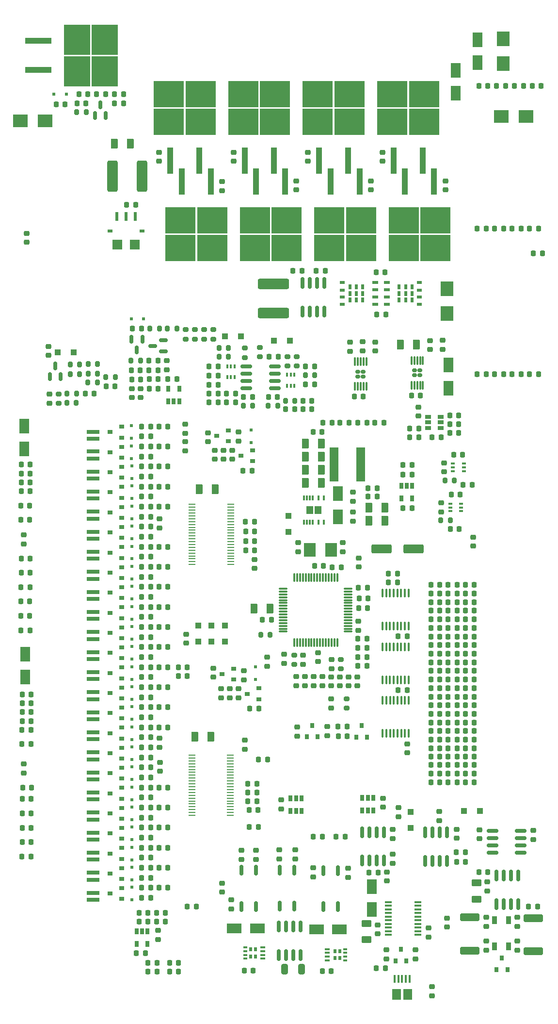
<source format=gbr>
G04 #@! TF.GenerationSoftware,KiCad,Pcbnew,(6.0.4)*
G04 #@! TF.CreationDate,2022-11-09T23:51:20-08:00*
G04 #@! TF.ProjectId,BMS_02,424d535f-3032-42e6-9b69-6361645f7063,rev?*
G04 #@! TF.SameCoordinates,Original*
G04 #@! TF.FileFunction,Paste,Top*
G04 #@! TF.FilePolarity,Positive*
%FSLAX46Y46*%
G04 Gerber Fmt 4.6, Leading zero omitted, Abs format (unit mm)*
G04 Created by KiCad (PCBNEW (6.0.4)) date 2022-11-09 23:51:20*
%MOMM*%
%LPD*%
G01*
G04 APERTURE LIST*
G04 Aperture macros list*
%AMRoundRect*
0 Rectangle with rounded corners*
0 $1 Rounding radius*
0 $2 $3 $4 $5 $6 $7 $8 $9 X,Y pos of 4 corners*
0 Add a 4 corners polygon primitive as box body*
4,1,4,$2,$3,$4,$5,$6,$7,$8,$9,$2,$3,0*
0 Add four circle primitives for the rounded corners*
1,1,$1+$1,$2,$3*
1,1,$1+$1,$4,$5*
1,1,$1+$1,$6,$7*
1,1,$1+$1,$8,$9*
0 Add four rect primitives between the rounded corners*
20,1,$1+$1,$2,$3,$4,$5,0*
20,1,$1+$1,$4,$5,$6,$7,0*
20,1,$1+$1,$6,$7,$8,$9,0*
20,1,$1+$1,$8,$9,$2,$3,0*%
G04 Aperture macros list end*
%ADD10R,2.200000X0.700000*%
%ADD11R,0.800000X0.900000*%
%ADD12R,1.600000X5.900000*%
%ADD13R,1.200000X0.400000*%
%ADD14RoundRect,0.218750X0.218750X0.256250X-0.218750X0.256250X-0.218750X-0.256250X0.218750X-0.256250X0*%
%ADD15RoundRect,0.218750X-0.218750X-0.256250X0.218750X-0.256250X0.218750X0.256250X-0.218750X0.256250X0*%
%ADD16RoundRect,0.218750X-0.256250X0.218750X-0.256250X-0.218750X0.256250X-0.218750X0.256250X0.218750X0*%
%ADD17RoundRect,0.250000X-0.375000X-0.625000X0.375000X-0.625000X0.375000X0.625000X-0.375000X0.625000X0*%
%ADD18RoundRect,0.250000X0.375000X0.625000X-0.375000X0.625000X-0.375000X-0.625000X0.375000X-0.625000X0*%
%ADD19RoundRect,0.218750X0.256250X-0.218750X0.256250X0.218750X-0.256250X0.218750X-0.256250X-0.218750X0*%
%ADD20RoundRect,0.250000X-0.625000X0.375000X-0.625000X-0.375000X0.625000X-0.375000X0.625000X0.375000X0*%
%ADD21RoundRect,0.225000X-0.225000X-0.250000X0.225000X-0.250000X0.225000X0.250000X-0.225000X0.250000X0*%
%ADD22R,1.100000X1.100000*%
%ADD23R,0.500000X0.500000*%
%ADD24R,0.900000X0.800000*%
%ADD25RoundRect,0.250000X-1.425000X0.425000X-1.425000X-0.425000X1.425000X-0.425000X1.425000X0.425000X0*%
%ADD26RoundRect,0.250000X1.425000X-0.425000X1.425000X0.425000X-1.425000X0.425000X-1.425000X-0.425000X0*%
%ADD27R,1.200000X1.400000*%
%ADD28R,0.305000X0.889000*%
%ADD29R,1.250000X0.250000*%
%ADD30RoundRect,0.150000X-0.150000X0.825000X-0.150000X-0.825000X0.150000X-0.825000X0.150000X0.825000X0*%
%ADD31R,1.060000X0.650000*%
%ADD32R,2.000000X2.400000*%
%ADD33R,0.400000X1.350000*%
%ADD34R,1.500000X1.900000*%
%ADD35R,0.650000X1.060000*%
%ADD36RoundRect,0.200000X0.275000X-0.200000X0.275000X0.200000X-0.275000X0.200000X-0.275000X-0.200000X0*%
%ADD37R,4.550000X5.250000*%
%ADD38R,4.600000X1.100000*%
%ADD39RoundRect,0.150000X-0.825000X-0.150000X0.825000X-0.150000X0.825000X0.150000X-0.825000X0.150000X0*%
%ADD40RoundRect,0.175000X0.220000X-0.175000X0.220000X0.175000X-0.220000X0.175000X-0.220000X-0.175000X0*%
%ADD41RoundRect,0.075000X0.075000X-0.650000X0.075000X0.650000X-0.075000X0.650000X-0.075000X-0.650000X0*%
%ADD42RoundRect,0.150000X-0.150000X0.750000X-0.150000X-0.750000X0.150000X-0.750000X0.150000X0.750000X0*%
%ADD43R,0.600000X0.900000*%
%ADD44R,0.900000X0.600000*%
%ADD45R,1.050000X0.600000*%
%ADD46R,2.300000X2.500000*%
%ADD47R,2.500000X2.300000*%
%ADD48R,1.800000X2.500000*%
%ADD49R,0.900000X1.350000*%
%ADD50RoundRect,0.150000X0.150000X-0.750000X0.150000X0.750000X-0.150000X0.750000X-0.150000X-0.750000X0*%
%ADD51R,2.500000X1.800000*%
%ADD52R,0.650000X0.400000*%
%ADD53R,0.400000X0.650000*%
%ADD54RoundRect,0.225000X0.250000X-0.225000X0.250000X0.225000X-0.250000X0.225000X-0.250000X-0.225000X0*%
%ADD55R,0.830000X0.300000*%
%ADD56R,0.510000X0.635000*%
%ADD57R,0.750000X0.300000*%
%ADD58R,5.250000X4.550000*%
%ADD59R,1.100000X4.600000*%
%ADD60RoundRect,0.075000X0.075000X-0.662500X0.075000X0.662500X-0.075000X0.662500X-0.075000X-0.662500X0*%
%ADD61RoundRect,0.075000X0.662500X-0.075000X0.662500X0.075000X-0.662500X0.075000X-0.662500X-0.075000X0*%
%ADD62RoundRect,0.100000X-0.100000X0.637500X-0.100000X-0.637500X0.100000X-0.637500X0.100000X0.637500X0*%
%ADD63RoundRect,0.225000X-0.250000X0.225000X-0.250000X-0.225000X0.250000X-0.225000X0.250000X0.225000X0*%
%ADD64RoundRect,0.200000X-0.200000X-0.275000X0.200000X-0.275000X0.200000X0.275000X-0.200000X0.275000X0*%
%ADD65RoundRect,0.225000X0.225000X0.250000X-0.225000X0.250000X-0.225000X-0.250000X0.225000X-0.250000X0*%
%ADD66RoundRect,0.200000X-0.275000X0.200000X-0.275000X-0.200000X0.275000X-0.200000X0.275000X0.200000X0*%
%ADD67RoundRect,0.150000X0.587500X0.150000X-0.587500X0.150000X-0.587500X-0.150000X0.587500X-0.150000X0*%
%ADD68RoundRect,0.200000X0.200000X0.275000X-0.200000X0.275000X-0.200000X-0.275000X0.200000X-0.275000X0*%
%ADD69RoundRect,0.250000X-1.500000X-0.550000X1.500000X-0.550000X1.500000X0.550000X-1.500000X0.550000X0*%
%ADD70RoundRect,0.250000X-0.650000X-2.450000X0.650000X-2.450000X0.650000X2.450000X-0.650000X2.450000X0*%
%ADD71RoundRect,0.150000X-0.150000X0.587500X-0.150000X-0.587500X0.150000X-0.587500X0.150000X0.587500X0*%
%ADD72RoundRect,0.150000X0.150000X-0.825000X0.150000X0.825000X-0.150000X0.825000X-0.150000X-0.825000X0*%
%ADD73RoundRect,0.250000X2.450000X-0.650000X2.450000X0.650000X-2.450000X0.650000X-2.450000X-0.650000X0*%
%ADD74RoundRect,0.150000X0.150000X-0.587500X0.150000X0.587500X-0.150000X0.587500X-0.150000X-0.587500X0*%
%ADD75RoundRect,0.250000X0.325000X0.650000X-0.325000X0.650000X-0.325000X-0.650000X0.325000X-0.650000X0*%
%ADD76R,0.500000X1.600000*%
%ADD77R,1.800000X1.700000*%
G04 APERTURE END LIST*
D10*
X38025000Y-157425000D03*
X38025000Y-158625000D03*
X38025000Y-164425000D03*
X38025000Y-165625000D03*
X38025000Y-167925000D03*
X38025000Y-169125000D03*
X38025000Y-153925000D03*
X38025000Y-155125000D03*
X38025000Y-150425000D03*
X38025000Y-151625000D03*
X38025000Y-146925000D03*
X38025000Y-148125000D03*
X38025000Y-143425000D03*
X38025000Y-144625000D03*
X38025000Y-139925000D03*
X38025000Y-141125000D03*
X38025000Y-136425000D03*
X38025000Y-137625000D03*
X38025000Y-132925000D03*
X38025000Y-134125000D03*
X38025000Y-115425000D03*
X38025000Y-116625000D03*
X38025000Y-118925000D03*
X38025000Y-120125000D03*
X38025000Y-122425000D03*
X38025000Y-123625000D03*
X38025000Y-111925000D03*
X38025000Y-113125000D03*
X38025000Y-108425000D03*
X38025000Y-109625000D03*
X38025000Y-104925000D03*
X38025000Y-106125000D03*
X38025000Y-101425000D03*
X38025000Y-102625000D03*
X38025000Y-97925000D03*
X38025000Y-99125000D03*
X38025000Y-94425000D03*
X38025000Y-95625000D03*
X38025000Y-90925000D03*
X38025000Y-92125000D03*
X38025000Y-129425000D03*
X38025000Y-130625000D03*
X38025000Y-125925000D03*
X38025000Y-127125000D03*
D11*
X91725000Y-177800000D03*
X90775000Y-179800000D03*
X92675000Y-179800000D03*
D12*
X80025000Y-93200000D03*
X84725000Y-93200000D03*
D10*
X38025000Y-160925000D03*
X38025000Y-162125000D03*
D13*
X94750000Y-175232500D03*
X94750000Y-174597500D03*
X94750000Y-173962500D03*
X94750000Y-173327500D03*
X94750000Y-172692500D03*
X94750000Y-172057500D03*
X94750000Y-171422500D03*
X94750000Y-170787500D03*
X94750000Y-170152500D03*
X94750000Y-169517500D03*
X89550000Y-169517500D03*
X89550000Y-170152500D03*
X89550000Y-170787500D03*
X89550000Y-171422500D03*
X89550000Y-172057500D03*
X89550000Y-172692500D03*
X89550000Y-173327500D03*
X89550000Y-173962500D03*
X89550000Y-174597500D03*
X89550000Y-175232500D03*
D14*
X69137500Y-120250000D03*
X67562500Y-120250000D03*
X85787500Y-125225000D03*
X84212500Y-125225000D03*
D15*
X84362500Y-118275000D03*
X85937500Y-118275000D03*
D16*
X73775000Y-106812500D03*
X73775000Y-108387500D03*
D17*
X41675000Y-37225000D03*
X44475000Y-37225000D03*
D18*
X77875000Y-91800000D03*
X75075000Y-91800000D03*
X77875000Y-96400000D03*
X75075000Y-96400000D03*
X77875000Y-89500000D03*
X75075000Y-89500000D03*
D15*
X65012500Y-151975000D03*
X66587500Y-151975000D03*
D18*
X88975000Y-102975000D03*
X86175000Y-102975000D03*
X88975000Y-100700000D03*
X86175000Y-100700000D03*
D15*
X65012500Y-150450000D03*
X66587500Y-150450000D03*
X65012500Y-148900000D03*
X66587500Y-148900000D03*
X49487500Y-156550000D03*
X51062500Y-156550000D03*
X49487500Y-160050000D03*
X51062500Y-160050000D03*
X49487500Y-163550000D03*
X51062500Y-163550000D03*
X49487500Y-167050000D03*
X51062500Y-167050000D03*
X49487500Y-153050000D03*
X51062500Y-153050000D03*
X49487500Y-149550000D03*
X51062500Y-149550000D03*
D19*
X49650000Y-146712500D03*
X49650000Y-145137500D03*
X49625000Y-142512500D03*
X49625000Y-140937500D03*
D15*
X49487500Y-139050000D03*
X51062500Y-139050000D03*
X49487500Y-135550000D03*
X51062500Y-135550000D03*
X49487500Y-132050000D03*
X51062500Y-132050000D03*
X49487500Y-128550000D03*
X51062500Y-128550000D03*
D16*
X44731250Y-79962500D03*
X44731250Y-81537500D03*
D15*
X49487500Y-114550000D03*
X51062500Y-114550000D03*
X49487500Y-118050000D03*
X51062500Y-118050000D03*
X49487500Y-121550000D03*
X51062500Y-121550000D03*
X49487500Y-125050000D03*
X51062500Y-125050000D03*
X49487500Y-111050000D03*
X51062500Y-111050000D03*
X49487500Y-107550000D03*
X51062500Y-107550000D03*
D19*
X49620000Y-104247500D03*
X49620000Y-102672500D03*
D15*
X49487500Y-100550000D03*
X51062500Y-100550000D03*
X49487500Y-97050000D03*
X51062500Y-97050000D03*
X49487500Y-93550000D03*
X51062500Y-93550000D03*
X49487500Y-90050000D03*
X51062500Y-90050000D03*
X49487500Y-86550000D03*
X51062500Y-86550000D03*
D16*
X96550000Y-174037500D03*
X96550000Y-175612500D03*
D14*
X89025000Y-181100000D03*
X87450000Y-181100000D03*
D16*
X106858000Y-166018500D03*
X106858000Y-167593500D03*
D20*
X104958000Y-166206000D03*
X104958000Y-169006000D03*
D19*
X112058000Y-173793500D03*
X112058000Y-172218500D03*
X106658000Y-173793500D03*
X106658000Y-172218500D03*
D16*
X112058000Y-176318500D03*
X112058000Y-177893500D03*
X106658000Y-176318500D03*
X106658000Y-177893500D03*
D14*
X115595500Y-170356000D03*
X114020500Y-170356000D03*
X98562500Y-147100000D03*
X96987500Y-147100000D03*
X98562500Y-145625000D03*
X96987500Y-145625000D03*
X98562500Y-144150000D03*
X96987500Y-144150000D03*
X98562500Y-142675000D03*
X96987500Y-142675000D03*
X98562500Y-139700000D03*
X96987500Y-139700000D03*
X98562500Y-138200000D03*
X96987500Y-138200000D03*
X98562500Y-136700000D03*
X96987500Y-136700000D03*
X98562500Y-135200000D03*
X96987500Y-135200000D03*
X98562500Y-133700000D03*
X96987500Y-133700000D03*
X98562500Y-132200000D03*
X96987500Y-132200000D03*
X98562500Y-130700000D03*
X96987500Y-130700000D03*
X98562500Y-129200000D03*
X96987500Y-129200000D03*
X98562500Y-127700000D03*
X96987500Y-127700000D03*
X98562500Y-126200000D03*
X96987500Y-126200000D03*
X98562500Y-124700000D03*
X96987500Y-124700000D03*
X98562500Y-123200000D03*
X96987500Y-123200000D03*
X98562500Y-121700000D03*
X96987500Y-121700000D03*
X98562500Y-120200000D03*
X96987500Y-120200000D03*
X98562500Y-118700000D03*
X96987500Y-118700000D03*
X98562500Y-117200000D03*
X96987500Y-117200000D03*
X98562500Y-115700000D03*
X96987500Y-115700000D03*
X98562500Y-114200000D03*
X96987500Y-114200000D03*
D19*
X97175000Y-185887500D03*
X97175000Y-184312500D03*
X94775000Y-84737500D03*
X94775000Y-83162500D03*
D14*
X49152500Y-181676000D03*
X47577500Y-181676000D03*
D15*
X45513500Y-178446000D03*
X47088500Y-178446000D03*
D14*
X47588500Y-171400000D03*
X46013500Y-171400000D03*
D15*
X100262500Y-84650000D03*
X101837500Y-84650000D03*
D21*
X93575000Y-81150000D03*
X95125000Y-81150000D03*
D19*
X84400000Y-111062500D03*
X84400000Y-109487500D03*
D22*
X56325000Y-124050000D03*
X56325000Y-121250000D03*
X58650000Y-124050000D03*
X58650000Y-121250000D03*
D16*
X63400000Y-132312500D03*
X63400000Y-133887500D03*
D23*
X44725000Y-156450000D03*
X44725000Y-158650000D03*
X44725000Y-159950000D03*
X44725000Y-162150000D03*
X44729999Y-163450000D03*
X44729999Y-165650000D03*
X44725000Y-166950000D03*
X44725000Y-169150000D03*
X44725000Y-152950000D03*
X44725000Y-155150000D03*
X44725000Y-149450000D03*
X44725000Y-151650000D03*
X44725000Y-145950000D03*
X44725000Y-148150000D03*
X44725000Y-142450000D03*
X44725000Y-144650000D03*
X44725000Y-138950000D03*
X44725000Y-141150000D03*
X44725000Y-135450000D03*
X44725000Y-137650000D03*
X44725000Y-131950000D03*
X44725000Y-134150000D03*
X44725000Y-128450000D03*
X44725000Y-130650000D03*
D16*
X62300000Y-90712500D03*
X62300000Y-92287500D03*
D23*
X44725000Y-114450000D03*
X44725000Y-116650000D03*
X44725000Y-117950000D03*
X44725000Y-120150000D03*
X44725000Y-121450000D03*
X44725000Y-123650000D03*
X44725000Y-124950000D03*
X44725000Y-127150000D03*
X44725000Y-110950000D03*
X44725000Y-113150000D03*
X44725000Y-107450000D03*
X44725000Y-109650000D03*
X44725000Y-103950000D03*
X44725000Y-106150000D03*
X44725000Y-100450000D03*
X44725000Y-102650000D03*
X44725000Y-96950000D03*
X44725000Y-99150000D03*
X44725000Y-93450000D03*
X44725000Y-95650000D03*
X44710222Y-89935222D03*
X44710222Y-92135222D03*
X44710222Y-86435222D03*
X44710222Y-88635222D03*
D14*
X91137500Y-112268000D03*
X89562500Y-112268000D03*
D15*
X84237500Y-123600000D03*
X85812500Y-123600000D03*
D14*
X77962500Y-87500000D03*
X76387500Y-87500000D03*
D19*
X54100000Y-87737500D03*
X54100000Y-86162500D03*
D14*
X93662500Y-93300000D03*
X92087500Y-93300000D03*
X49152500Y-180176000D03*
X47577500Y-180176000D03*
D24*
X62525000Y-130700000D03*
X62525000Y-128800000D03*
X60525000Y-129750000D03*
X42975000Y-158500000D03*
X42975000Y-156600000D03*
X40975000Y-157550000D03*
X42975000Y-162000000D03*
X42975000Y-160100000D03*
X40975000Y-161050000D03*
X42975000Y-165500000D03*
X42975000Y-163600000D03*
X40975000Y-164550000D03*
X42975000Y-169000000D03*
X42975000Y-167100000D03*
X40975000Y-168050000D03*
X42975000Y-155000000D03*
X42975000Y-153100000D03*
X40975000Y-154050000D03*
X42975000Y-151500000D03*
X42975000Y-149600000D03*
X40975000Y-150550000D03*
X42975000Y-148000000D03*
X42975000Y-146100000D03*
X40975000Y-147050000D03*
X42975000Y-144500000D03*
X42975000Y-142600000D03*
X40975000Y-143550000D03*
X42975000Y-141000000D03*
X42975000Y-139100000D03*
X40975000Y-140050000D03*
X42975000Y-137500000D03*
X42975000Y-135600000D03*
X40975000Y-136550000D03*
X42975000Y-134000000D03*
X42975000Y-132100000D03*
X40975000Y-133050000D03*
X42975000Y-130500000D03*
X42975000Y-128600000D03*
X40975000Y-129550000D03*
X65825000Y-92600000D03*
X65825000Y-90700000D03*
X63825000Y-91650000D03*
X61575000Y-89150000D03*
X61575000Y-87250000D03*
X59575000Y-88200000D03*
X42975000Y-116500000D03*
X42975000Y-114600000D03*
X40975000Y-115550000D03*
X42975000Y-120000000D03*
X42975000Y-118100000D03*
X40975000Y-119050000D03*
X42975000Y-123500000D03*
X42975000Y-121600000D03*
X40975000Y-122550000D03*
X42975000Y-127000000D03*
X42975000Y-125100000D03*
X40975000Y-126050000D03*
X42975000Y-113000000D03*
X42975000Y-111100000D03*
X40975000Y-112050000D03*
X42975000Y-109500000D03*
X42975000Y-107600000D03*
X40975000Y-108550000D03*
X42975000Y-106000000D03*
X42975000Y-104100000D03*
X40975000Y-105050000D03*
X42975000Y-102500000D03*
X42975000Y-100600000D03*
X40975000Y-101550000D03*
X42975000Y-99000000D03*
X42975000Y-97100000D03*
X40975000Y-98050000D03*
X42975000Y-95500000D03*
X42975000Y-93600000D03*
X40975000Y-94550000D03*
X42975000Y-92000000D03*
X42975000Y-90100000D03*
X40975000Y-91050000D03*
X42975000Y-88500000D03*
X42975000Y-86600000D03*
X40975000Y-87550000D03*
D15*
X76662500Y-110900000D03*
X78237500Y-110900000D03*
D16*
X83375000Y-101512500D03*
X83375000Y-103087500D03*
D15*
X52862500Y-130100000D03*
X54437500Y-130100000D03*
D14*
X66912500Y-135775000D03*
X65337500Y-135775000D03*
D16*
X64325000Y-129162500D03*
X64325000Y-130737500D03*
X61875000Y-132312500D03*
X61875000Y-133887500D03*
D15*
X65252500Y-156450000D03*
X66827500Y-156450000D03*
D16*
X59000000Y-128712500D03*
X59000000Y-130287500D03*
X60375000Y-132312500D03*
X60375000Y-133887500D03*
D14*
X48062500Y-156550000D03*
X46487500Y-156550000D03*
X48062500Y-158300000D03*
X46487500Y-158300000D03*
X48062500Y-160050000D03*
X46487500Y-160050000D03*
X48062500Y-161800000D03*
X46487500Y-161800000D03*
X48062500Y-163550000D03*
X46487500Y-163550000D03*
X48062500Y-165300000D03*
X46487500Y-165300000D03*
X48062500Y-167050000D03*
X46487500Y-167050000D03*
X48062500Y-168800000D03*
X46487500Y-168800000D03*
X48062500Y-153050000D03*
X46487500Y-153050000D03*
X48062500Y-154800000D03*
X46487500Y-154800000D03*
X48062500Y-149550000D03*
X46487500Y-149550000D03*
X48062500Y-151300000D03*
X46487500Y-151300000D03*
X48062500Y-146050000D03*
X46487500Y-146050000D03*
X48047499Y-147800000D03*
X46472499Y-147800000D03*
X48062500Y-142550000D03*
X46487500Y-142550000D03*
X48062500Y-144300000D03*
X46487500Y-144300000D03*
X48062500Y-139050000D03*
X46487500Y-139050000D03*
X48062500Y-140800000D03*
X46487500Y-140800000D03*
X48062500Y-135550000D03*
X46487500Y-135550000D03*
X48062500Y-137300000D03*
X46487500Y-137300000D03*
X48062500Y-132050000D03*
X46487500Y-132050000D03*
X48062500Y-133800000D03*
X46487500Y-133800000D03*
D16*
X63931000Y-160493500D03*
X63931000Y-162068500D03*
D14*
X48062500Y-128550000D03*
X46487500Y-128550000D03*
X48062500Y-130300000D03*
X46487500Y-130300000D03*
D19*
X54075000Y-90812500D03*
X54075000Y-89237500D03*
D16*
X63400000Y-87537500D03*
X63400000Y-89112500D03*
X58050000Y-87662500D03*
X58050000Y-89237500D03*
X59200000Y-90712500D03*
X59200000Y-92287500D03*
D14*
X48062500Y-114550000D03*
X46487500Y-114550000D03*
X48062500Y-116300000D03*
X46487500Y-116300000D03*
X48062500Y-118050000D03*
X46487500Y-118050000D03*
X48062500Y-119800000D03*
X46487500Y-119800000D03*
X48062500Y-121550000D03*
X46487500Y-121550000D03*
X48062500Y-123300000D03*
X46487500Y-123300000D03*
X48062500Y-125050000D03*
X46487500Y-125050000D03*
X48062500Y-126800000D03*
X46487500Y-126800000D03*
X48062500Y-111050000D03*
X46487500Y-111050000D03*
X48062500Y-112800000D03*
X46487500Y-112800000D03*
X48062500Y-107550000D03*
X46487500Y-107550000D03*
X48062500Y-109300000D03*
X46487500Y-109300000D03*
X48062500Y-104050000D03*
X46487500Y-104050000D03*
X48062500Y-105800000D03*
X46487500Y-105800000D03*
X48062500Y-100550000D03*
X46487500Y-100550000D03*
X48062500Y-102300000D03*
X46487500Y-102300000D03*
X48062500Y-97050000D03*
X46487500Y-97050000D03*
X48062500Y-98800000D03*
X46487500Y-98800000D03*
X48062500Y-93550000D03*
X46487500Y-93550000D03*
X48062500Y-95300000D03*
X46487500Y-95300000D03*
X48062500Y-90050000D03*
X46487500Y-90050000D03*
X48062500Y-91800000D03*
X46487500Y-91800000D03*
X48062500Y-86550000D03*
X46487500Y-86550000D03*
X48062500Y-88300000D03*
X46487500Y-88300000D03*
D19*
X94275000Y-179450000D03*
X94275000Y-177875000D03*
X89200000Y-179462500D03*
X89200000Y-177887500D03*
D15*
X86187500Y-164400000D03*
X87762500Y-164400000D03*
D16*
X89300000Y-164262500D03*
X89300000Y-165837500D03*
D14*
X106945500Y-164306000D03*
X105370500Y-164306000D03*
D19*
X76450000Y-165112500D03*
X76450000Y-163537500D03*
D14*
X103012500Y-160850000D03*
X101437500Y-160850000D03*
D25*
X114858000Y-172306000D03*
X114858000Y-178106000D03*
D26*
X103758000Y-178006000D03*
X103758000Y-172206000D03*
D14*
X101562500Y-148600000D03*
X99987500Y-148600000D03*
X104562500Y-148600000D03*
X102987500Y-148600000D03*
X101562500Y-147100000D03*
X99987500Y-147100000D03*
X104562500Y-147100000D03*
X102987500Y-147100000D03*
X101562500Y-145625000D03*
X99987500Y-145625000D03*
X104562500Y-145625000D03*
X102987500Y-145625000D03*
X101562500Y-144150000D03*
X99987500Y-144150000D03*
X104562500Y-144150000D03*
X102987500Y-144150000D03*
X101562500Y-142675000D03*
X99987500Y-142675000D03*
X104562500Y-142675000D03*
X102987500Y-142675000D03*
X101537500Y-141200000D03*
X99962500Y-141200000D03*
X104562500Y-141200000D03*
X102987500Y-141200000D03*
X101562500Y-139700000D03*
X99987500Y-139700000D03*
X104562500Y-139700000D03*
X102987500Y-139700000D03*
X101562500Y-138200000D03*
X99987500Y-138200000D03*
X104562500Y-138200000D03*
X102987500Y-138200000D03*
X101562500Y-136700000D03*
X99987500Y-136700000D03*
X104562500Y-136700000D03*
X102987500Y-136700000D03*
X101562500Y-135200000D03*
X99987500Y-135200000D03*
X104562500Y-135200000D03*
X102987500Y-135200000D03*
X101562500Y-133700000D03*
X99987500Y-133700000D03*
X104562500Y-133700000D03*
X102987500Y-133700000D03*
X101562500Y-132200000D03*
X99987500Y-132200000D03*
X104562500Y-132200000D03*
X102987500Y-132200000D03*
X101562500Y-130700000D03*
X99987500Y-130700000D03*
X104562500Y-130700000D03*
X102987500Y-130700000D03*
X101562500Y-129200000D03*
X99987500Y-129200000D03*
X104562500Y-129200000D03*
X102987500Y-129200000D03*
X101562500Y-127700000D03*
X99987500Y-127700000D03*
X104562500Y-127700000D03*
X102987500Y-127700000D03*
X101562500Y-126200000D03*
X99987500Y-126200000D03*
X104562500Y-126200000D03*
X102987500Y-126200000D03*
X101562500Y-124700000D03*
X99987500Y-124700000D03*
X104562500Y-124700000D03*
X102987500Y-124700000D03*
X101562500Y-123200000D03*
X99987500Y-123200000D03*
X104562500Y-123200000D03*
X102987500Y-123200000D03*
X101562500Y-121700000D03*
X99987500Y-121700000D03*
X104562500Y-121700000D03*
X102987500Y-121700000D03*
X101562500Y-120200000D03*
X99987500Y-120200000D03*
X104562500Y-120200000D03*
X102987500Y-120200000D03*
X101562500Y-118700000D03*
X99987500Y-118700000D03*
X104562500Y-118700000D03*
X102987500Y-118700000D03*
X101562500Y-117200000D03*
X99987500Y-117200000D03*
X104562500Y-117200000D03*
X102987500Y-117200000D03*
X101562500Y-115700000D03*
X99987500Y-115700000D03*
X104562500Y-115700000D03*
X102987500Y-115700000D03*
X101562500Y-114200000D03*
X99987500Y-114200000D03*
D15*
X41712500Y-30150000D03*
X43287500Y-30150000D03*
D14*
X50612500Y-172925000D03*
X49037500Y-172925000D03*
X47587500Y-172925000D03*
X46012500Y-172925000D03*
X52902500Y-181676000D03*
X51327500Y-181676000D03*
D15*
X51327500Y-180176000D03*
X52902500Y-180176000D03*
D14*
X94862500Y-86925000D03*
X93287500Y-86925000D03*
X98762500Y-88450000D03*
X97187500Y-88450000D03*
X101837500Y-87650000D03*
X100262500Y-87650000D03*
D15*
X100262500Y-86150000D03*
X101837500Y-86150000D03*
D16*
X25885000Y-145437500D03*
X25885000Y-147012500D03*
D27*
X77286000Y-101150000D03*
X75864000Y-101150000D03*
D28*
X78325000Y-99043000D03*
X77325000Y-99043000D03*
X76325000Y-99043000D03*
X75825000Y-99043000D03*
X75325000Y-99043000D03*
X74825000Y-99043000D03*
X74825000Y-103257000D03*
X75325000Y-103257000D03*
X75825000Y-103257000D03*
X76325000Y-103257000D03*
X77325000Y-103257000D03*
X78325000Y-103257000D03*
D29*
X55275000Y-100150000D03*
X55275000Y-100650000D03*
X55275000Y-101150000D03*
X55275000Y-101650000D03*
X55275000Y-102150000D03*
X55275000Y-102650000D03*
X55275000Y-103150000D03*
X55275000Y-103650000D03*
X55275000Y-104150000D03*
X55275000Y-104650000D03*
X55275000Y-105150000D03*
X55275000Y-105650000D03*
X55275000Y-106150000D03*
X55275000Y-106650000D03*
X55275000Y-107150000D03*
X55275000Y-107650000D03*
X55275000Y-108150000D03*
X55275000Y-108650000D03*
X55275000Y-109150000D03*
X55275000Y-109650000D03*
X55275000Y-110150000D03*
X55275000Y-110650000D03*
X62025000Y-110650000D03*
X62025000Y-110150000D03*
X62025000Y-109650000D03*
X62025000Y-109150000D03*
X62025000Y-108650000D03*
X62025000Y-108150000D03*
X62025000Y-107650000D03*
X62025000Y-107150000D03*
X62025000Y-106650000D03*
X62025000Y-106150000D03*
X62025000Y-105650000D03*
X62025000Y-105150000D03*
X62025000Y-104650000D03*
X62025000Y-104150000D03*
X62025000Y-103650000D03*
X62025000Y-103150000D03*
X62025000Y-102650000D03*
X62025000Y-102150000D03*
X62025000Y-101650000D03*
X62025000Y-101150000D03*
X62025000Y-100650000D03*
X62025000Y-100150000D03*
D30*
X112263000Y-164931000D03*
X110993000Y-164931000D03*
X109723000Y-164931000D03*
X108453000Y-164931000D03*
X108453000Y-169881000D03*
X109723000Y-169881000D03*
X110993000Y-169881000D03*
X112263000Y-169881000D03*
D31*
X96450000Y-84900000D03*
X96450000Y-85850000D03*
X96450000Y-86800000D03*
X98650000Y-86800000D03*
X98650000Y-85850000D03*
X98650000Y-84900000D03*
D32*
X75825000Y-108100000D03*
X79525000Y-108100000D03*
D14*
X40187500Y-28550000D03*
X38612500Y-28550000D03*
D33*
X90650000Y-182900000D03*
X91300000Y-182900000D03*
X91950000Y-182900000D03*
X92600000Y-182900000D03*
X93250000Y-182900000D03*
D34*
X90950000Y-185600000D03*
X92950000Y-185600000D03*
D35*
X47501000Y-174596000D03*
X46551000Y-174596000D03*
X45601000Y-174596000D03*
X45601000Y-176796000D03*
X47501000Y-176796000D03*
D14*
X43287500Y-28550000D03*
X41712500Y-28550000D03*
D15*
X102612500Y-96750000D03*
X104187500Y-96750000D03*
D19*
X99300000Y-94487500D03*
X99300000Y-92912500D03*
D14*
X37062500Y-28550000D03*
X35487500Y-28550000D03*
D36*
X73549520Y-76025480D03*
X73549520Y-74375480D03*
D15*
X58212020Y-76100480D03*
X59787020Y-76100480D03*
X61262020Y-82350480D03*
X62837020Y-82350480D03*
D14*
X76637020Y-76050480D03*
X75062020Y-76050480D03*
D15*
X87507500Y-67040000D03*
X89082500Y-67040000D03*
D14*
X88982500Y-59640000D03*
X87407500Y-59640000D03*
D15*
X74612020Y-82050480D03*
X76187020Y-82050480D03*
D14*
X76187020Y-83550480D03*
X74612020Y-83550480D03*
D15*
X58262020Y-82350480D03*
X59837020Y-82350480D03*
D16*
X88500000Y-38712500D03*
X88500000Y-40287500D03*
D19*
X99500000Y-45287500D03*
X99500000Y-43712500D03*
D15*
X58262020Y-79300480D03*
X59837020Y-79300480D03*
D16*
X49500000Y-38712500D03*
X49500000Y-40287500D03*
X62500000Y-38712500D03*
X62500000Y-40287500D03*
D19*
X60500000Y-45437500D03*
X60500000Y-43862500D03*
D14*
X85912500Y-114675000D03*
X84337500Y-114675000D03*
D16*
X46300000Y-79962500D03*
X46300000Y-81537500D03*
D14*
X49368750Y-80000000D03*
X47793750Y-80000000D03*
D15*
X44731250Y-78350000D03*
X46306250Y-78350000D03*
X47743750Y-75050000D03*
X49318750Y-75050000D03*
D14*
X46218750Y-76750000D03*
X44643750Y-76750000D03*
X49337500Y-76750000D03*
X47762500Y-76750000D03*
D19*
X82550000Y-165212500D03*
X82550000Y-163637500D03*
X79600000Y-128787500D03*
X79600000Y-127212500D03*
X86500000Y-45287500D03*
X86500000Y-43712500D03*
X70475000Y-161987500D03*
X70475000Y-160412500D03*
X73275000Y-161987500D03*
X73275000Y-160412500D03*
D37*
X40013000Y-19060000D03*
X35163000Y-19060000D03*
X40013000Y-24610000D03*
X35163000Y-24610000D03*
D38*
X28438000Y-19295000D03*
X28438000Y-24375000D03*
D35*
X51131250Y-82200000D03*
X52081250Y-82200000D03*
X53031250Y-82200000D03*
X53031250Y-80000000D03*
X51131250Y-80000000D03*
D39*
X64774520Y-76045480D03*
X64774520Y-77315480D03*
X64774520Y-78585480D03*
X64774520Y-79855480D03*
X69724520Y-79855480D03*
X69724520Y-78585480D03*
X69724520Y-77315480D03*
X69724520Y-76045480D03*
D40*
X95070000Y-76780000D03*
X94130000Y-77620000D03*
X94130000Y-76780000D03*
X95070000Y-77620000D03*
D41*
X93600000Y-79350000D03*
X94100000Y-79350000D03*
X94600000Y-79350000D03*
X95100000Y-79350000D03*
X95600000Y-79350000D03*
X95600000Y-75050000D03*
X95100000Y-75050000D03*
X94600000Y-75050000D03*
X94100000Y-75050000D03*
X93600000Y-75050000D03*
D42*
X80745000Y-164050000D03*
X78205000Y-164050000D03*
X78205000Y-170350000D03*
X80745000Y-170350000D03*
X73145000Y-163950000D03*
X70605000Y-163950000D03*
X70605000Y-170250000D03*
X73145000Y-170250000D03*
D43*
X83940000Y-63350000D03*
X85050000Y-63350000D03*
X82840000Y-63350000D03*
X83940000Y-62200000D03*
X83940000Y-64500000D03*
D44*
X81500000Y-61470000D03*
D43*
X82840000Y-64500000D03*
X85050000Y-62200000D03*
X82840000Y-62200000D03*
X85050000Y-64500000D03*
D44*
X81500000Y-65230000D03*
X81500000Y-62750000D03*
X81500000Y-63950000D03*
D45*
X87220000Y-65260000D03*
X87220000Y-63990000D03*
X87220000Y-62710000D03*
X87220000Y-61440000D03*
D43*
X92560000Y-62200000D03*
X92560000Y-64500000D03*
X93660000Y-63350000D03*
D44*
X95000000Y-62750000D03*
X95000000Y-61470000D03*
D43*
X91450000Y-62200000D03*
X91450000Y-63350000D03*
X93660000Y-62200000D03*
X93660000Y-64500000D03*
D44*
X95000000Y-63950000D03*
X95000000Y-65230000D03*
D43*
X92560000Y-63350000D03*
X91450000Y-64500000D03*
D45*
X89280000Y-61440000D03*
X89280000Y-62710000D03*
X89280000Y-63990000D03*
X89280000Y-65260000D03*
D23*
X65575000Y-87175000D03*
X65575000Y-89375000D03*
X66350000Y-128450000D03*
X66350000Y-130650000D03*
D46*
X99775000Y-62575000D03*
X99775000Y-66875000D03*
D47*
X109279000Y-32503000D03*
X113579000Y-32503000D03*
X29600000Y-33250000D03*
X25300000Y-33250000D03*
D46*
X109651000Y-23223000D03*
X109651000Y-18923000D03*
D22*
X69524520Y-71615480D03*
X72324520Y-71615480D03*
D48*
X80775000Y-98300000D03*
X80775000Y-102300000D03*
X26100000Y-126250000D03*
X26100000Y-130250000D03*
X26000000Y-86500000D03*
X26000000Y-90500000D03*
D18*
X77875000Y-94100000D03*
X75075000Y-94100000D03*
D21*
X83625000Y-81350000D03*
X85175000Y-81350000D03*
D20*
X85750000Y-173300000D03*
X85750000Y-176100000D03*
D14*
X93662500Y-100800000D03*
X92087500Y-100800000D03*
D16*
X114825000Y-157013000D03*
X114825000Y-158588000D03*
X105425000Y-156925500D03*
X105425000Y-158500500D03*
D14*
X102537500Y-91450000D03*
X100962500Y-91450000D03*
X73187020Y-83550480D03*
X71612020Y-83550480D03*
D15*
X75062020Y-79200480D03*
X76637020Y-79200480D03*
X61262020Y-80850480D03*
X62837020Y-80850480D03*
X51043750Y-78300000D03*
X52618750Y-78300000D03*
D14*
X70287020Y-74400480D03*
X68712020Y-74400480D03*
D23*
X44631250Y-67750000D03*
X46831250Y-67750000D03*
D16*
X90350000Y-156862500D03*
X90350000Y-158437500D03*
D19*
X90350000Y-162787500D03*
X90350000Y-161212500D03*
D16*
X101450000Y-156837500D03*
X101450000Y-158412500D03*
D15*
X101462500Y-162500000D03*
X103037500Y-162500000D03*
D30*
X99830000Y-157375000D03*
X98560000Y-157375000D03*
X97290000Y-157375000D03*
X96020000Y-157375000D03*
X96020000Y-162325000D03*
X97290000Y-162325000D03*
X98560000Y-162325000D03*
X99830000Y-162325000D03*
D19*
X98425000Y-155312500D03*
X98425000Y-153737500D03*
X91300000Y-154637500D03*
X91300000Y-153062500D03*
D14*
X45437500Y-47900000D03*
X43862500Y-47900000D03*
D15*
X44843750Y-69500000D03*
X46418750Y-69500000D03*
D19*
X96800000Y-73137500D03*
X96800000Y-71562500D03*
X99000000Y-73087500D03*
X99000000Y-71512500D03*
X85100000Y-73337500D03*
X85100000Y-71762500D03*
X87300000Y-73387500D03*
X87300000Y-71812500D03*
D14*
X59787020Y-77700480D03*
X58212020Y-77700480D03*
X36737500Y-30150000D03*
X35162500Y-30150000D03*
D39*
X107750000Y-157108000D03*
X107750000Y-158378000D03*
X107750000Y-159648000D03*
X107750000Y-160918000D03*
X112700000Y-160918000D03*
X112700000Y-159648000D03*
X112700000Y-158378000D03*
X112700000Y-157108000D03*
D14*
X104562500Y-114200000D03*
X102987500Y-114200000D03*
X98562500Y-148600000D03*
X96987500Y-148600000D03*
X93662500Y-95000000D03*
X92087500Y-95000000D03*
D35*
X93725000Y-96900000D03*
X92775000Y-96900000D03*
X91825000Y-96900000D03*
X91825000Y-99100000D03*
X93725000Y-99100000D03*
D16*
X83375000Y-98012500D03*
X83375000Y-99587500D03*
D14*
X87562500Y-98800000D03*
X85987500Y-98800000D03*
X87562500Y-97300000D03*
X85987500Y-97300000D03*
X102087500Y-98450000D03*
X100512500Y-98450000D03*
D19*
X98800000Y-101487500D03*
X98800000Y-99912500D03*
D14*
X101937500Y-104450000D03*
X100362500Y-104450000D03*
D16*
X87675000Y-173512500D03*
X87675000Y-175087500D03*
D49*
X110558000Y-172681000D03*
X110558000Y-177231000D03*
X108058000Y-172681000D03*
X108058000Y-177231000D03*
D19*
X71374000Y-127862500D03*
X71374000Y-126287500D03*
X74676000Y-128041500D03*
X74676000Y-126466500D03*
D15*
X49043500Y-171381000D03*
X50618500Y-171381000D03*
D19*
X25845000Y-107052500D03*
X25845000Y-105477500D03*
D15*
X114203500Y-52063000D03*
X115778500Y-52063000D03*
X111149500Y-52061000D03*
X112724500Y-52061000D03*
X105053500Y-52061000D03*
X106628500Y-52061000D03*
D16*
X66471000Y-160493500D03*
X66471000Y-162068500D03*
D15*
X114197500Y-77461000D03*
X115772500Y-77461000D03*
X111149500Y-77461000D03*
X112724500Y-77461000D03*
X108101500Y-77461000D03*
X109676500Y-77461000D03*
X105053500Y-77461000D03*
X106628500Y-77461000D03*
D16*
X84150000Y-130237500D03*
X84150000Y-131812500D03*
D50*
X63931000Y-170273000D03*
X66471000Y-170273000D03*
X66471000Y-163973000D03*
X63931000Y-163973000D03*
D16*
X79592000Y-130234500D03*
X79592000Y-131809500D03*
D15*
X111568500Y-27111000D03*
X113143500Y-27111000D03*
X105368500Y-27111000D03*
X106943500Y-27111000D03*
X108468500Y-27111000D03*
X110043500Y-27111000D03*
X114680000Y-27111000D03*
X116255000Y-27111000D03*
D23*
X31100000Y-28600000D03*
X33300000Y-28600000D03*
D14*
X33087500Y-30350000D03*
X31512500Y-30350000D03*
D15*
X108101500Y-52061000D03*
X109676500Y-52061000D03*
D14*
X59837020Y-80850480D03*
X58262020Y-80850480D03*
D51*
X76975000Y-174334000D03*
X80975000Y-174334000D03*
X62650000Y-174150000D03*
X66650000Y-174150000D03*
D16*
X62153000Y-169162500D03*
X62153000Y-170737500D03*
D11*
X109397000Y-179331000D03*
X108447000Y-181331000D03*
X110347000Y-181331000D03*
X76251000Y-138697000D03*
X75301000Y-140697000D03*
X77201000Y-140697000D03*
D19*
X73600000Y-140587500D03*
X73600000Y-139012500D03*
X78900000Y-140487500D03*
X78900000Y-138912500D03*
D52*
X102250000Y-101350000D03*
X102250000Y-100700000D03*
X102250000Y-100050000D03*
X100350000Y-100050000D03*
X100350000Y-100700000D03*
X100350000Y-101350000D03*
X102725000Y-94350000D03*
X102725000Y-93700000D03*
X102725000Y-93050000D03*
X100825000Y-93050000D03*
X100825000Y-93700000D03*
X100825000Y-94350000D03*
D53*
X62699520Y-76050480D03*
X62049520Y-76050480D03*
X61399520Y-76050480D03*
X61399520Y-77950480D03*
X62049520Y-77950480D03*
X62699520Y-77950480D03*
X73149520Y-77550480D03*
X72499520Y-77550480D03*
X71849520Y-77550480D03*
X71849520Y-79450480D03*
X72499520Y-79450480D03*
X73149520Y-79450480D03*
D15*
X81112500Y-85900000D03*
X82687500Y-85900000D03*
X87212500Y-85900000D03*
X88787500Y-85900000D03*
X84212500Y-85900000D03*
X85787500Y-85900000D03*
X78112500Y-85900000D03*
X79687500Y-85900000D03*
D19*
X73500000Y-45287500D03*
X73500000Y-43712500D03*
D18*
X58525000Y-140700000D03*
X55725000Y-140700000D03*
D16*
X49300000Y-174503500D03*
X49300000Y-176078500D03*
D14*
X94862500Y-88400000D03*
X93287500Y-88400000D03*
D22*
X63774520Y-70865480D03*
X60974520Y-70865480D03*
D15*
X89587500Y-113792000D03*
X91162500Y-113792000D03*
X64587500Y-103175000D03*
X66162500Y-103175000D03*
X64612500Y-106525000D03*
X66187500Y-106525000D03*
X64612500Y-108200000D03*
X66187500Y-108200000D03*
D19*
X66175000Y-111312500D03*
X66175000Y-109737500D03*
D11*
X84900000Y-138750000D03*
X83950000Y-140750000D03*
X85850000Y-140750000D03*
D14*
X98562500Y-141200000D03*
X96987500Y-141200000D03*
D19*
X50881250Y-76637500D03*
X50881250Y-75062500D03*
D54*
X82850000Y-73425000D03*
X82850000Y-71875000D03*
D17*
X91650000Y-72250000D03*
X94450000Y-72250000D03*
D15*
X80800000Y-140625000D03*
X82375000Y-140625000D03*
X80743500Y-138875000D03*
X82318500Y-138875000D03*
D10*
X38025000Y-87500000D03*
X38025000Y-88700000D03*
D16*
X99800000Y-172312500D03*
X99800000Y-173887500D03*
D14*
X56012500Y-170275000D03*
X54437500Y-170275000D03*
D15*
X114862500Y-56350000D03*
X116437500Y-56350000D03*
D19*
X104350000Y-107437500D03*
X104350000Y-105862500D03*
X26350000Y-54437500D03*
X26350000Y-52862500D03*
D15*
X47793750Y-78300000D03*
X49368750Y-78300000D03*
D16*
X75500000Y-38712500D03*
X75500000Y-40287500D03*
D19*
X88625000Y-152987500D03*
X88625000Y-151412500D03*
D15*
X76462500Y-158100000D03*
X78037500Y-158100000D03*
D35*
X72475000Y-153650000D03*
X73425000Y-153650000D03*
X74375000Y-153650000D03*
X74375000Y-151450000D03*
X73425000Y-151450000D03*
X72475000Y-151450000D03*
D16*
X70825000Y-151687500D03*
X70825000Y-153262500D03*
D14*
X81987500Y-158125000D03*
X80412500Y-158125000D03*
D35*
X86900000Y-151325000D03*
X85950000Y-151325000D03*
X85000000Y-151325000D03*
X85000000Y-153525000D03*
X85950000Y-153525000D03*
X86900000Y-153525000D03*
D30*
X88755000Y-157325000D03*
X87485000Y-157325000D03*
X86215000Y-157325000D03*
X84945000Y-157325000D03*
X84945000Y-162275000D03*
X86215000Y-162275000D03*
X87485000Y-162275000D03*
X88755000Y-162275000D03*
D48*
X86675000Y-166850000D03*
X86675000Y-170850000D03*
D55*
X78915000Y-179675000D03*
D56*
X80235000Y-179326000D03*
D57*
X82025000Y-179675000D03*
X82025000Y-177725000D03*
D55*
X78915000Y-177725000D03*
D56*
X80235000Y-178074000D03*
X81095000Y-179326000D03*
D57*
X82025000Y-178375000D03*
D55*
X78915000Y-179025000D03*
X78915000Y-178375000D03*
D57*
X82025000Y-179025000D03*
D56*
X81095000Y-178074000D03*
D55*
X67660000Y-178750000D03*
D56*
X66340000Y-177799000D03*
D57*
X64550000Y-178100000D03*
D55*
X67660000Y-178100000D03*
D57*
X64550000Y-178750000D03*
D56*
X66340000Y-179051000D03*
X65480000Y-179051000D03*
D55*
X67660000Y-177450000D03*
D57*
X64550000Y-179400000D03*
X64550000Y-177450000D03*
D55*
X67660000Y-179400000D03*
D56*
X65480000Y-177799000D03*
D58*
X79225000Y-55425000D03*
X79225000Y-50575000D03*
X84775000Y-50575000D03*
X84775000Y-55425000D03*
D59*
X84540000Y-43850000D03*
X79460000Y-43850000D03*
D58*
X69775000Y-28575000D03*
X64225000Y-33425000D03*
X64225000Y-28575000D03*
X69775000Y-33425000D03*
D59*
X64460000Y-40150000D03*
X69540000Y-40150000D03*
D58*
X66225000Y-50575000D03*
X66225000Y-55425000D03*
X71775000Y-50575000D03*
X71775000Y-55425000D03*
D59*
X71540000Y-43850000D03*
X66460000Y-43850000D03*
D58*
X92225000Y-55425000D03*
X97775000Y-55425000D03*
X97775000Y-50575000D03*
X92225000Y-50575000D03*
D59*
X97540000Y-43850000D03*
X92460000Y-43850000D03*
D58*
X58775000Y-55425000D03*
X53225000Y-50575000D03*
X58775000Y-50575000D03*
X53225000Y-55425000D03*
D59*
X58540000Y-43850000D03*
X53460000Y-43850000D03*
D58*
X77225000Y-28575000D03*
X82775000Y-28575000D03*
X82775000Y-33425000D03*
X77225000Y-33425000D03*
D59*
X77460000Y-40150000D03*
X82540000Y-40150000D03*
D58*
X90225000Y-33425000D03*
X95775000Y-33425000D03*
X95775000Y-28575000D03*
X90225000Y-28575000D03*
D59*
X90460000Y-40150000D03*
X95540000Y-40150000D03*
D58*
X51225000Y-33425000D03*
X56775000Y-28575000D03*
X56775000Y-33425000D03*
X51225000Y-28575000D03*
D59*
X51460000Y-40150000D03*
X56540000Y-40150000D03*
D29*
X55225000Y-143900000D03*
X55225000Y-144400000D03*
X55225000Y-144900000D03*
X55225000Y-145400000D03*
X55225000Y-145900000D03*
X55225000Y-146400000D03*
X55225000Y-146900000D03*
X55225000Y-147400000D03*
X55225000Y-147900000D03*
X55225000Y-148400000D03*
X55225000Y-148900000D03*
X55225000Y-149400000D03*
X55225000Y-149900000D03*
X55225000Y-150400000D03*
X55225000Y-150900000D03*
X55225000Y-151400000D03*
X55225000Y-151900000D03*
X55225000Y-152400000D03*
X55225000Y-152900000D03*
X55225000Y-153400000D03*
X55225000Y-153900000D03*
X55225000Y-154400000D03*
X61975000Y-154400000D03*
X61975000Y-153900000D03*
X61975000Y-153400000D03*
X61975000Y-152900000D03*
X61975000Y-152400000D03*
X61975000Y-151900000D03*
X61975000Y-151400000D03*
X61975000Y-150900000D03*
X61975000Y-150400000D03*
X61975000Y-149900000D03*
X61975000Y-149400000D03*
X61975000Y-148900000D03*
X61975000Y-148400000D03*
X61975000Y-147900000D03*
X61975000Y-147400000D03*
X61975000Y-146900000D03*
X61975000Y-146400000D03*
X61975000Y-145900000D03*
X61975000Y-145400000D03*
X61975000Y-144900000D03*
X61975000Y-144400000D03*
X61975000Y-143900000D03*
D16*
X60750000Y-90712500D03*
X60750000Y-92287500D03*
D24*
X66925000Y-134150000D03*
X66925000Y-132250000D03*
X64925000Y-133200000D03*
D18*
X59350000Y-97500000D03*
X56550000Y-97500000D03*
D14*
X65737500Y-94275000D03*
X64162500Y-94275000D03*
D19*
X64525000Y-142887500D03*
X64525000Y-141312500D03*
D14*
X54437500Y-128550000D03*
X52862500Y-128550000D03*
D22*
X61000000Y-124050000D03*
X61000000Y-121250000D03*
D15*
X64612500Y-104850000D03*
X66187500Y-104850000D03*
D60*
X73125000Y-124262500D03*
X73625000Y-124262500D03*
X74125000Y-124262500D03*
X74625000Y-124262500D03*
X75125000Y-124262500D03*
X75625000Y-124262500D03*
X76125000Y-124262500D03*
X76625000Y-124262500D03*
X77125000Y-124262500D03*
X77625000Y-124262500D03*
X78125000Y-124262500D03*
X78625000Y-124262500D03*
X79125000Y-124262500D03*
X79625000Y-124262500D03*
X80125000Y-124262500D03*
X80625000Y-124262500D03*
D61*
X82537500Y-122350000D03*
X82537500Y-121850000D03*
X82537500Y-121350000D03*
X82537500Y-120850000D03*
X82537500Y-120350000D03*
X82537500Y-119850000D03*
X82537500Y-119350000D03*
X82537500Y-118850000D03*
X82537500Y-118350000D03*
X82537500Y-117850000D03*
X82537500Y-117350000D03*
X82537500Y-116850000D03*
X82537500Y-116350000D03*
X82537500Y-115850000D03*
X82537500Y-115350000D03*
X82537500Y-114850000D03*
D60*
X80625000Y-112937500D03*
X80125000Y-112937500D03*
X79625000Y-112937500D03*
X79125000Y-112937500D03*
X78625000Y-112937500D03*
X78125000Y-112937500D03*
X77625000Y-112937500D03*
X77125000Y-112937500D03*
X76625000Y-112937500D03*
X76125000Y-112937500D03*
X75625000Y-112937500D03*
X75125000Y-112937500D03*
X74625000Y-112937500D03*
X74125000Y-112937500D03*
X73625000Y-112937500D03*
X73125000Y-112937500D03*
D61*
X71212500Y-114850000D03*
X71212500Y-115350000D03*
X71212500Y-115850000D03*
X71212500Y-116350000D03*
X71212500Y-116850000D03*
X71212500Y-117350000D03*
X71212500Y-117850000D03*
X71212500Y-118350000D03*
X71212500Y-118850000D03*
X71212500Y-119350000D03*
X71212500Y-119850000D03*
X71212500Y-120350000D03*
X71212500Y-120850000D03*
X71212500Y-121350000D03*
X71212500Y-121850000D03*
X71212500Y-122350000D03*
D15*
X65237500Y-153450000D03*
X66812500Y-153450000D03*
D18*
X68925000Y-118325000D03*
X66125000Y-118325000D03*
D15*
X79725000Y-111100000D03*
X81300000Y-111100000D03*
D14*
X92837500Y-123175000D03*
X91262500Y-123175000D03*
D16*
X92850000Y-141912500D03*
X92850000Y-143487500D03*
D14*
X92837500Y-132525000D03*
X91262500Y-132525000D03*
D62*
X93075000Y-125012500D03*
X92425000Y-125012500D03*
X91775000Y-125012500D03*
X91125000Y-125012500D03*
X90475000Y-125012500D03*
X89825000Y-125012500D03*
X89175000Y-125012500D03*
X88525000Y-125012500D03*
X88525000Y-130737500D03*
X89175000Y-130737500D03*
X89825000Y-130737500D03*
X90475000Y-130737500D03*
X91125000Y-130737500D03*
X91775000Y-130737500D03*
X92425000Y-130737500D03*
X93075000Y-130737500D03*
D16*
X77275000Y-126012500D03*
X77275000Y-127587500D03*
D62*
X93100000Y-134337500D03*
X92450000Y-134337500D03*
X91800000Y-134337500D03*
X91150000Y-134337500D03*
X90500000Y-134337500D03*
X89850000Y-134337500D03*
X89200000Y-134337500D03*
X88550000Y-134337500D03*
X88550000Y-140062500D03*
X89200000Y-140062500D03*
X89850000Y-140062500D03*
X90500000Y-140062500D03*
X91150000Y-140062500D03*
X91800000Y-140062500D03*
X92450000Y-140062500D03*
X93100000Y-140062500D03*
X93075000Y-115612500D03*
X92425000Y-115612500D03*
X91775000Y-115612500D03*
X91125000Y-115612500D03*
X90475000Y-115612500D03*
X89825000Y-115612500D03*
X89175000Y-115612500D03*
X88525000Y-115612500D03*
X88525000Y-121337500D03*
X89175000Y-121337500D03*
X89825000Y-121337500D03*
X90475000Y-121337500D03*
X91125000Y-121337500D03*
X91775000Y-121337500D03*
X92425000Y-121337500D03*
X93075000Y-121337500D03*
D16*
X81100000Y-130237500D03*
X81100000Y-131812500D03*
X82625000Y-130237500D03*
X82625000Y-131812500D03*
X75025000Y-130212500D03*
X75025000Y-131787500D03*
D19*
X73475000Y-131787500D03*
X73475000Y-130212500D03*
D16*
X78050000Y-130212500D03*
X78050000Y-131787500D03*
D19*
X76550000Y-131787500D03*
X76550000Y-130212500D03*
X84300000Y-122100000D03*
X84300000Y-120525000D03*
D16*
X81575000Y-106812500D03*
X81575000Y-108387500D03*
D14*
X85817501Y-126780001D03*
X84242501Y-126780001D03*
D15*
X84242501Y-128290001D03*
X85817501Y-128290001D03*
D16*
X68400000Y-126812500D03*
X68400000Y-128387500D03*
D19*
X79575000Y-135687500D03*
X79575000Y-134112500D03*
D14*
X65837020Y-81400480D03*
X64262020Y-81400480D03*
D15*
X68612020Y-81400480D03*
X70187020Y-81400480D03*
D63*
X60500000Y-166225000D03*
X60500000Y-167775000D03*
D64*
X40225000Y-77925000D03*
X41875000Y-77925000D03*
D65*
X26975000Y-96300000D03*
X25425000Y-96300000D03*
X27125000Y-161600000D03*
X25575000Y-161600000D03*
D30*
X74205000Y-173825000D03*
X72935000Y-173825000D03*
X71665000Y-173825000D03*
X70395000Y-173825000D03*
X70395000Y-178775000D03*
X71665000Y-178775000D03*
X72935000Y-178775000D03*
X74205000Y-178775000D03*
D22*
X102740000Y-153670000D03*
X105540000Y-153670000D03*
X93472000Y-156594000D03*
X93472000Y-153794000D03*
D65*
X26975000Y-112050000D03*
X25425000Y-112050000D03*
X27175000Y-154050000D03*
X25625000Y-154050000D03*
X27175000Y-133300000D03*
X25625000Y-133300000D03*
D66*
X81280000Y-127191000D03*
X81280000Y-128841000D03*
X57350000Y-69675000D03*
X57350000Y-71325000D03*
D65*
X26950000Y-114600000D03*
X25400000Y-114600000D03*
D64*
X37125000Y-77325000D03*
X38775000Y-77325000D03*
X34000000Y-77400000D03*
X35650000Y-77400000D03*
D65*
X27125000Y-139500000D03*
X25575000Y-139500000D03*
D22*
X72125000Y-104950000D03*
X72125000Y-102150000D03*
D65*
X26925000Y-102850000D03*
X25375000Y-102850000D03*
D64*
X44606250Y-75050000D03*
X46256250Y-75050000D03*
X37075000Y-78875000D03*
X38725000Y-78875000D03*
D65*
X27150000Y-137950000D03*
X25600000Y-137950000D03*
D36*
X73152000Y-128079000D03*
X73152000Y-126429000D03*
D65*
X27000000Y-93200000D03*
X25450000Y-93200000D03*
D21*
X66875000Y-144625000D03*
X68425000Y-144625000D03*
D64*
X75033847Y-77618948D03*
X76683847Y-77618948D03*
D65*
X27225000Y-149550000D03*
X25675000Y-149550000D03*
D67*
X50268750Y-73450000D03*
X50268750Y-71550000D03*
X48393750Y-72500000D03*
D68*
X35100000Y-80850000D03*
X33450000Y-80850000D03*
D65*
X27150000Y-136400000D03*
X25600000Y-136400000D03*
D63*
X54200000Y-122775000D03*
X54200000Y-124325000D03*
D48*
X100050000Y-75850000D03*
X100050000Y-79850000D03*
D64*
X47906250Y-69500000D03*
X49556250Y-69500000D03*
D36*
X67149520Y-74425480D03*
X67149520Y-72775480D03*
D65*
X79550000Y-181550000D03*
X78000000Y-181550000D03*
D68*
X61624520Y-72850480D03*
X59974520Y-72850480D03*
D64*
X71574520Y-82050480D03*
X73224520Y-82050480D03*
D48*
X101346000Y-28416000D03*
X101346000Y-24416000D03*
D65*
X26925000Y-100350000D03*
X25375000Y-100350000D03*
D69*
X88386000Y-107950000D03*
X93986000Y-107950000D03*
D64*
X35125000Y-31700000D03*
X36775000Y-31700000D03*
D40*
X85170000Y-76980000D03*
X85170000Y-77820000D03*
X84230000Y-77820000D03*
X84230000Y-76980000D03*
D41*
X83700000Y-79550000D03*
X84200000Y-79550000D03*
X84700000Y-79550000D03*
X85200000Y-79550000D03*
X85700000Y-79550000D03*
X85700000Y-75250000D03*
X85200000Y-75250000D03*
X84700000Y-75250000D03*
X84200000Y-75250000D03*
X83700000Y-75250000D03*
D65*
X26925000Y-117100000D03*
X25375000Y-117100000D03*
D66*
X54150000Y-69675000D03*
X54150000Y-71325000D03*
D64*
X67247000Y-122936000D03*
X68897000Y-122936000D03*
D48*
X105156000Y-23082000D03*
X105156000Y-19082000D03*
D70*
X41400000Y-42900000D03*
X46500000Y-42900000D03*
D64*
X37125000Y-75625000D03*
X38775000Y-75625000D03*
D71*
X46581250Y-71362500D03*
X44681250Y-71362500D03*
X45631250Y-73237500D03*
D54*
X30350000Y-82475000D03*
X30350000Y-80925000D03*
D65*
X38175000Y-80825000D03*
X36625000Y-80825000D03*
X27175000Y-151550000D03*
X25625000Y-151550000D03*
D36*
X64449520Y-74525480D03*
X64449520Y-72875480D03*
D68*
X35050000Y-82400000D03*
X33400000Y-82400000D03*
D64*
X99425000Y-96000000D03*
X101075000Y-96000000D03*
D72*
X74549000Y-66483000D03*
X75819000Y-66483000D03*
X77089000Y-66483000D03*
X78359000Y-66483000D03*
X78359000Y-61533000D03*
X77089000Y-61533000D03*
X75819000Y-61533000D03*
X74549000Y-61533000D03*
D68*
X100375000Y-102950000D03*
X98725000Y-102950000D03*
D65*
X74435000Y-59436000D03*
X72885000Y-59436000D03*
D73*
X69450000Y-66800000D03*
X69450000Y-61700000D03*
D74*
X38300000Y-32287500D03*
X40200000Y-32287500D03*
X39250000Y-30412500D03*
X30450000Y-77887500D03*
X32350000Y-77887500D03*
X31400000Y-76012500D03*
D65*
X26975000Y-94750000D03*
X25425000Y-94750000D03*
D22*
X34575000Y-73650000D03*
X31775000Y-73650000D03*
D66*
X71949520Y-74375480D03*
X71949520Y-76025480D03*
D65*
X26925000Y-119600000D03*
X25375000Y-119600000D03*
X26975000Y-97850000D03*
X25425000Y-97850000D03*
D68*
X35625000Y-75700000D03*
X33975000Y-75700000D03*
D65*
X27125000Y-141950000D03*
X25575000Y-141950000D03*
D68*
X61624520Y-74400480D03*
X59974520Y-74400480D03*
D36*
X55750000Y-71325000D03*
X55750000Y-69675000D03*
D65*
X26975000Y-109600000D03*
X25425000Y-109600000D03*
D21*
X76949000Y-59436000D03*
X78499000Y-59436000D03*
D65*
X27175000Y-159050000D03*
X25625000Y-159050000D03*
D66*
X32000000Y-80875000D03*
X32000000Y-82525000D03*
D65*
X27150000Y-134850000D03*
X25600000Y-134850000D03*
D68*
X65874520Y-82900480D03*
X64224520Y-82900480D03*
D21*
X84425000Y-116550000D03*
X85975000Y-116550000D03*
D64*
X68574520Y-82900480D03*
X70224520Y-82900480D03*
D36*
X58950000Y-71325000D03*
X58950000Y-69675000D03*
D63*
X30175000Y-72575000D03*
X30175000Y-74125000D03*
D65*
X65925000Y-181520000D03*
X64375000Y-181520000D03*
X27175000Y-156600000D03*
X25625000Y-156600000D03*
X41800000Y-79550000D03*
X40250000Y-79550000D03*
D64*
X50950000Y-69475000D03*
X52600000Y-69475000D03*
D36*
X82296000Y-135699000D03*
X82296000Y-134049000D03*
D75*
X74400000Y-181275000D03*
X71450000Y-181275000D03*
D76*
X45350000Y-49950000D03*
X43750000Y-49950000D03*
X42150000Y-49950000D03*
D44*
X40950000Y-52450000D03*
D77*
X42250000Y-54800000D03*
X45250000Y-54800000D03*
D44*
X46550000Y-52450000D03*
D65*
X26950000Y-122100000D03*
X25400000Y-122100000D03*
M02*

</source>
